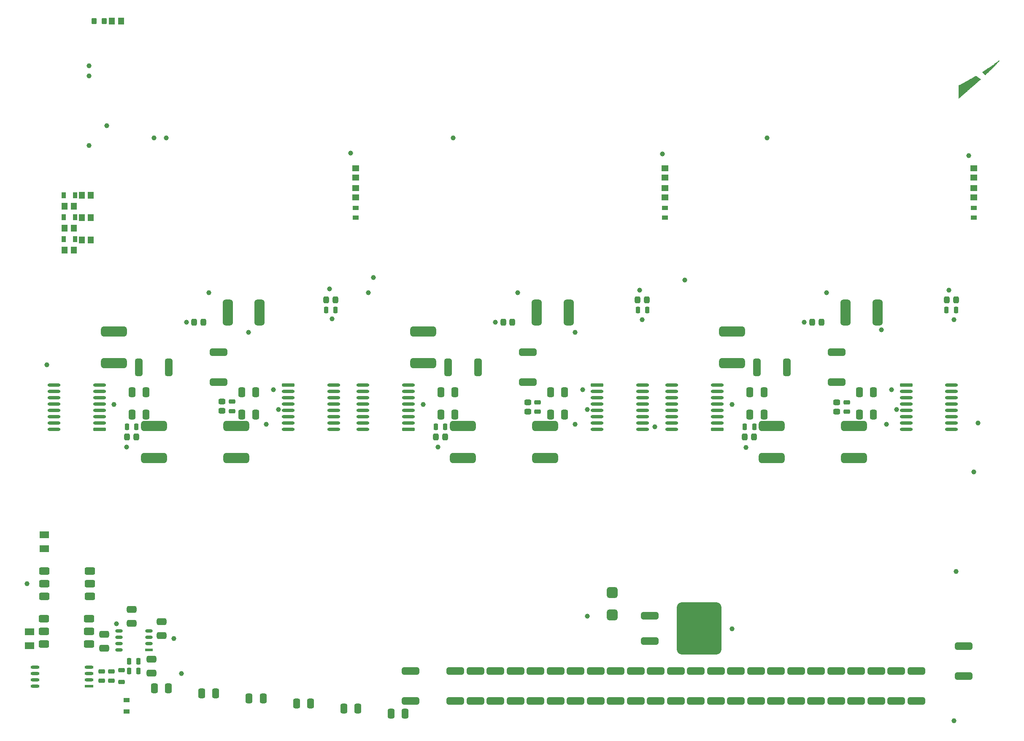
<source format=gtp>
G04*
G04 #@! TF.GenerationSoftware,Altium Limited,Altium Designer,24.1.2 (44)*
G04*
G04 Layer_Color=8421504*
%FSLAX44Y44*%
%MOMM*%
G71*
G04*
G04 #@! TF.SameCoordinates,79274CF1-F64A-4BB2-BB1D-09D00C332B84*
G04*
G04*
G04 #@! TF.FilePolarity,Positive*
G04*
G01*
G75*
%ADD17R,1.9500X1.4000*%
%ADD18C,1.0000*%
%ADD19R,0.9000X1.3000*%
%ADD20R,1.1500X1.3500*%
G04:AMPARAMS|DCode=21|XSize=2.6028mm|YSize=0.6221mm|CornerRadius=0.1555mm|HoleSize=0mm|Usage=FLASHONLY|Rotation=180.000|XOffset=0mm|YOffset=0mm|HoleType=Round|Shape=RoundedRectangle|*
%AMROUNDEDRECTD21*
21,1,2.6028,0.3111,0,0,180.0*
21,1,2.2917,0.6221,0,0,180.0*
1,1,0.3111,-1.1459,0.1555*
1,1,0.3111,1.1459,0.1555*
1,1,0.3111,1.1459,-0.1555*
1,1,0.3111,-1.1459,-0.1555*
%
%ADD21ROUNDEDRECTD21*%
G04:AMPARAMS|DCode=22|XSize=2.6028mm|YSize=0.6221mm|CornerRadius=0.3111mm|HoleSize=0mm|Usage=FLASHONLY|Rotation=180.000|XOffset=0mm|YOffset=0mm|HoleType=Round|Shape=RoundedRectangle|*
%AMROUNDEDRECTD22*
21,1,2.6028,0.0000,0,0,180.0*
21,1,1.9807,0.6221,0,0,180.0*
1,1,0.6221,-0.9903,0.0000*
1,1,0.6221,0.9903,0.0000*
1,1,0.6221,0.9903,0.0000*
1,1,0.6221,-0.9903,0.0000*
%
%ADD22ROUNDEDRECTD22*%
G04:AMPARAMS|DCode=23|XSize=1.35mm|YSize=1.15mm|CornerRadius=0.2875mm|HoleSize=0mm|Usage=FLASHONLY|Rotation=270.000|XOffset=0mm|YOffset=0mm|HoleType=Round|Shape=RoundedRectangle|*
%AMROUNDEDRECTD23*
21,1,1.3500,0.5750,0,0,270.0*
21,1,0.7750,1.1500,0,0,270.0*
1,1,0.5750,-0.2875,-0.3875*
1,1,0.5750,-0.2875,0.3875*
1,1,0.5750,0.2875,0.3875*
1,1,0.5750,0.2875,-0.3875*
%
%ADD23ROUNDEDRECTD23*%
G04:AMPARAMS|DCode=24|XSize=3.5mm|YSize=1.5mm|CornerRadius=0.375mm|HoleSize=0mm|Usage=FLASHONLY|Rotation=0.000|XOffset=0mm|YOffset=0mm|HoleType=Round|Shape=RoundedRectangle|*
%AMROUNDEDRECTD24*
21,1,3.5000,0.7500,0,0,0.0*
21,1,2.7500,1.5000,0,0,0.0*
1,1,0.7500,1.3750,-0.3750*
1,1,0.7500,-1.3750,-0.3750*
1,1,0.7500,-1.3750,0.3750*
1,1,0.7500,1.3750,0.3750*
%
%ADD24ROUNDEDRECTD24*%
G04:AMPARAMS|DCode=25|XSize=1.95mm|YSize=1.4mm|CornerRadius=0.35mm|HoleSize=0mm|Usage=FLASHONLY|Rotation=0.000|XOffset=0mm|YOffset=0mm|HoleType=Round|Shape=RoundedRectangle|*
%AMROUNDEDRECTD25*
21,1,1.9500,0.7000,0,0,0.0*
21,1,1.2500,1.4000,0,0,0.0*
1,1,0.7000,0.6250,-0.3500*
1,1,0.7000,-0.6250,-0.3500*
1,1,0.7000,-0.6250,0.3500*
1,1,0.7000,0.6250,0.3500*
%
%ADD25ROUNDEDRECTD25*%
G04:AMPARAMS|DCode=26|XSize=1.5mm|YSize=2.1mm|CornerRadius=0.375mm|HoleSize=0mm|Usage=FLASHONLY|Rotation=90.000|XOffset=0mm|YOffset=0mm|HoleType=Round|Shape=RoundedRectangle|*
%AMROUNDEDRECTD26*
21,1,1.5000,1.3500,0,0,90.0*
21,1,0.7500,2.1000,0,0,90.0*
1,1,0.7500,0.6750,0.3750*
1,1,0.7500,0.6750,-0.3750*
1,1,0.7500,-0.6750,-0.3750*
1,1,0.7500,-0.6750,0.3750*
%
%ADD26ROUNDEDRECTD26*%
%ADD27R,1.5200X0.6000*%
%ADD28O,1.5200X0.6000*%
G04:AMPARAMS|DCode=29|XSize=1.95mm|YSize=1.4mm|CornerRadius=0.35mm|HoleSize=0mm|Usage=FLASHONLY|Rotation=90.000|XOffset=0mm|YOffset=0mm|HoleType=Round|Shape=RoundedRectangle|*
%AMROUNDEDRECTD29*
21,1,1.9500,0.7000,0,0,90.0*
21,1,1.2500,1.4000,0,0,90.0*
1,1,0.7000,0.3500,0.6250*
1,1,0.7000,0.3500,-0.6250*
1,1,0.7000,-0.3500,-0.6250*
1,1,0.7000,-0.3500,0.6250*
%
%ADD29ROUNDEDRECTD29*%
G04:AMPARAMS|DCode=30|XSize=0.9mm|YSize=1.3mm|CornerRadius=0.225mm|HoleSize=0mm|Usage=FLASHONLY|Rotation=180.000|XOffset=0mm|YOffset=0mm|HoleType=Round|Shape=RoundedRectangle|*
%AMROUNDEDRECTD30*
21,1,0.9000,0.8500,0,0,180.0*
21,1,0.4500,1.3000,0,0,180.0*
1,1,0.4500,-0.2250,0.4250*
1,1,0.4500,0.2250,0.4250*
1,1,0.4500,0.2250,-0.4250*
1,1,0.4500,-0.2250,-0.4250*
%
%ADD30ROUNDEDRECTD30*%
G04:AMPARAMS|DCode=31|XSize=0.9mm|YSize=1.3mm|CornerRadius=0.225mm|HoleSize=0mm|Usage=FLASHONLY|Rotation=270.000|XOffset=0mm|YOffset=0mm|HoleType=Round|Shape=RoundedRectangle|*
%AMROUNDEDRECTD31*
21,1,0.9000,0.8500,0,0,270.0*
21,1,0.4500,1.3000,0,0,270.0*
1,1,0.4500,-0.4250,-0.2250*
1,1,0.4500,-0.4250,0.2250*
1,1,0.4500,0.4250,0.2250*
1,1,0.4500,0.4250,-0.2250*
%
%ADD31ROUNDEDRECTD31*%
%ADD32O,1.8000X0.6000*%
%ADD33R,1.8000X0.6000*%
%ADD34R,1.3000X0.9000*%
G04:AMPARAMS|DCode=35|XSize=9mm|YSize=10.5mm|CornerRadius=1.125mm|HoleSize=0mm|Usage=FLASHONLY|Rotation=0.000|XOffset=0mm|YOffset=0mm|HoleType=Round|Shape=RoundedRectangle|*
%AMROUNDEDRECTD35*
21,1,9.0000,8.2500,0,0,0.0*
21,1,6.7500,10.5000,0,0,0.0*
1,1,2.2500,3.3750,-4.1250*
1,1,2.2500,-3.3750,-4.1250*
1,1,2.2500,-3.3750,4.1250*
1,1,2.2500,3.3750,4.1250*
%
%ADD35ROUNDEDRECTD35*%
G04:AMPARAMS|DCode=36|XSize=1.5mm|YSize=3.5mm|CornerRadius=0.375mm|HoleSize=0mm|Usage=FLASHONLY|Rotation=90.000|XOffset=0mm|YOffset=0mm|HoleType=Round|Shape=RoundedRectangle|*
%AMROUNDEDRECTD36*
21,1,1.5000,2.7500,0,0,90.0*
21,1,0.7500,3.5000,0,0,90.0*
1,1,0.7500,1.3750,0.3750*
1,1,0.7500,1.3750,-0.3750*
1,1,0.7500,-1.3750,-0.3750*
1,1,0.7500,-1.3750,0.3750*
%
%ADD36ROUNDEDRECTD36*%
G04:AMPARAMS|DCode=37|XSize=2.2mm|YSize=2.21mm|CornerRadius=0.55mm|HoleSize=0mm|Usage=FLASHONLY|Rotation=180.000|XOffset=0mm|YOffset=0mm|HoleType=Round|Shape=RoundedRectangle|*
%AMROUNDEDRECTD37*
21,1,2.2000,1.1100,0,0,180.0*
21,1,1.1000,2.2100,0,0,180.0*
1,1,1.1000,-0.5500,0.5550*
1,1,1.1000,0.5500,0.5550*
1,1,1.1000,0.5500,-0.5550*
1,1,1.1000,-0.5500,-0.5550*
%
%ADD37ROUNDEDRECTD37*%
G04:AMPARAMS|DCode=38|XSize=2mm|YSize=5.2mm|CornerRadius=0.5mm|HoleSize=0mm|Usage=FLASHONLY|Rotation=270.000|XOffset=0mm|YOffset=0mm|HoleType=Round|Shape=RoundedRectangle|*
%AMROUNDEDRECTD38*
21,1,2.0000,4.2000,0,0,270.0*
21,1,1.0000,5.2000,0,0,270.0*
1,1,1.0000,-2.1000,-0.5000*
1,1,1.0000,-2.1000,0.5000*
1,1,1.0000,2.1000,0.5000*
1,1,1.0000,2.1000,-0.5000*
%
%ADD38ROUNDEDRECTD38*%
%ADD39R,1.3500X1.1500*%
G04:AMPARAMS|DCode=40|XSize=3.5mm|YSize=1.5mm|CornerRadius=0.375mm|HoleSize=0mm|Usage=FLASHONLY|Rotation=270.000|XOffset=0mm|YOffset=0mm|HoleType=Round|Shape=RoundedRectangle|*
%AMROUNDEDRECTD40*
21,1,3.5000,0.7500,0,0,270.0*
21,1,2.7500,1.5000,0,0,270.0*
1,1,0.7500,-0.3750,-1.3750*
1,1,0.7500,-0.3750,1.3750*
1,1,0.7500,0.3750,1.3750*
1,1,0.7500,0.3750,-1.3750*
%
%ADD40ROUNDEDRECTD40*%
G04:AMPARAMS|DCode=41|XSize=1.35mm|YSize=1.15mm|CornerRadius=0.2875mm|HoleSize=0mm|Usage=FLASHONLY|Rotation=180.000|XOffset=0mm|YOffset=0mm|HoleType=Round|Shape=RoundedRectangle|*
%AMROUNDEDRECTD41*
21,1,1.3500,0.5750,0,0,180.0*
21,1,0.7750,1.1500,0,0,180.0*
1,1,0.5750,-0.3875,0.2875*
1,1,0.5750,0.3875,0.2875*
1,1,0.5750,0.3875,-0.2875*
1,1,0.5750,-0.3875,-0.2875*
%
%ADD41ROUNDEDRECTD41*%
G04:AMPARAMS|DCode=42|XSize=1.2mm|YSize=1.1mm|CornerRadius=0.275mm|HoleSize=0mm|Usage=FLASHONLY|Rotation=270.000|XOffset=0mm|YOffset=0mm|HoleType=Round|Shape=RoundedRectangle|*
%AMROUNDEDRECTD42*
21,1,1.2000,0.5500,0,0,270.0*
21,1,0.6500,1.1000,0,0,270.0*
1,1,0.5500,-0.2750,-0.3250*
1,1,0.5500,-0.2750,0.3250*
1,1,0.5500,0.2750,0.3250*
1,1,0.5500,0.2750,-0.3250*
%
%ADD42ROUNDEDRECTD42*%
G04:AMPARAMS|DCode=43|XSize=2mm|YSize=5.2mm|CornerRadius=0.5mm|HoleSize=0mm|Usage=FLASHONLY|Rotation=0.000|XOffset=0mm|YOffset=0mm|HoleType=Round|Shape=RoundedRectangle|*
%AMROUNDEDRECTD43*
21,1,2.0000,4.2000,0,0,0.0*
21,1,1.0000,5.2000,0,0,0.0*
1,1,1.0000,0.5000,-2.1000*
1,1,1.0000,-0.5000,-2.1000*
1,1,1.0000,-0.5000,2.1000*
1,1,1.0000,0.5000,2.1000*
%
%ADD43ROUNDEDRECTD43*%
G36*
X1935354Y1374474D02*
X1935057D01*
Y1374772D01*
X1935354D01*
Y1374474D01*
D02*
G37*
G36*
X1934760D02*
X1935057D01*
Y1374177D01*
X1935354D01*
Y1373879D01*
X1935652D01*
Y1374177D01*
X1935950D01*
Y1373879D01*
X1936247D01*
Y1373582D01*
X1936544D01*
Y1373284D01*
X1936842D01*
Y1373582D01*
X1937139D01*
Y1373284D01*
X1937437D01*
Y1372987D01*
X1937734D01*
Y1372690D01*
X1938032D01*
Y1372392D01*
X1938329D01*
Y1372095D01*
X1938627D01*
Y1372392D01*
X1938924D01*
Y1371500D01*
X1939222D01*
Y1371797D01*
X1939519D01*
Y1371500D01*
X1939817D01*
Y1371202D01*
X1940114D01*
Y1370905D01*
X1940412D01*
Y1371202D01*
X1940709D01*
Y1370905D01*
X1941006D01*
Y1370607D01*
X1941304D01*
Y1370310D01*
X1941602D01*
Y1370012D01*
X1941899D01*
Y1369715D01*
X1942196D01*
Y1370012D01*
X1942494D01*
Y1369120D01*
X1942791D01*
Y1369417D01*
X1943089D01*
Y1369120D01*
X1943386D01*
Y1368822D01*
X1943684D01*
Y1368525D01*
X1943981D01*
Y1368227D01*
X1944279D01*
Y1367930D01*
X1944576D01*
Y1367632D01*
X1944279D01*
Y1367335D01*
X1943981D01*
Y1367038D01*
X1943684D01*
Y1366740D01*
X1943386D01*
Y1366443D01*
X1943089D01*
Y1366145D01*
X1942791D01*
Y1366443D01*
X1942494D01*
Y1366145D01*
X1942196D01*
Y1365848D01*
X1941899D01*
Y1365550D01*
X1941602D01*
Y1365253D01*
X1941304D01*
Y1364955D01*
X1941006D01*
Y1364658D01*
X1940709D01*
Y1364360D01*
X1940412D01*
Y1364658D01*
X1940114D01*
Y1364360D01*
X1940412D01*
Y1364063D01*
X1940114D01*
Y1363765D01*
X1939817D01*
Y1364063D01*
X1939519D01*
Y1363765D01*
X1939817D01*
Y1363468D01*
X1939519D01*
Y1363170D01*
X1939222D01*
Y1363468D01*
X1938924D01*
Y1363170D01*
X1939222D01*
Y1362873D01*
X1938924D01*
Y1362576D01*
X1938627D01*
Y1362873D01*
X1938329D01*
Y1362576D01*
X1938627D01*
Y1362278D01*
X1938329D01*
Y1361980D01*
X1938032D01*
Y1362278D01*
X1937734D01*
Y1361385D01*
X1937437D01*
Y1361683D01*
X1937139D01*
Y1360791D01*
X1936842D01*
Y1361088D01*
X1936544D01*
Y1360791D01*
X1936247D01*
Y1360493D01*
X1935950D01*
Y1360196D01*
X1935652D01*
Y1359898D01*
X1935354D01*
Y1359601D01*
X1935057D01*
Y1359303D01*
X1934760D01*
Y1359006D01*
X1934462D01*
Y1359303D01*
X1934165D01*
Y1359006D01*
X1933867D01*
Y1358708D01*
X1933570D01*
Y1358411D01*
X1933272D01*
Y1358113D01*
X1932975D01*
Y1357816D01*
X1932677D01*
Y1357518D01*
X1932380D01*
Y1357221D01*
X1932082D01*
Y1356923D01*
X1931785D01*
Y1356626D01*
X1931487D01*
Y1356328D01*
X1931190D01*
Y1356031D01*
X1930892D01*
Y1356328D01*
X1930595D01*
Y1356031D01*
X1930892D01*
Y1355734D01*
X1930595D01*
Y1355436D01*
X1930298D01*
Y1355734D01*
X1930000D01*
Y1355436D01*
X1930298D01*
Y1355139D01*
X1930000D01*
Y1354841D01*
X1929702D01*
Y1355139D01*
X1929405D01*
Y1354246D01*
X1929108D01*
Y1354544D01*
X1928810D01*
Y1353651D01*
X1928513D01*
Y1353949D01*
X1928215D01*
Y1353651D01*
X1927918D01*
Y1353354D01*
X1927620D01*
Y1353056D01*
X1927323D01*
Y1352759D01*
X1927025D01*
Y1352461D01*
X1926728D01*
Y1352164D01*
X1926430D01*
Y1351866D01*
X1926133D01*
Y1351569D01*
X1925835D01*
Y1351272D01*
X1925240D01*
Y1350677D01*
X1924943D01*
Y1350974D01*
X1924646D01*
Y1350677D01*
X1924348D01*
Y1350379D01*
X1924050D01*
Y1350082D01*
X1923753D01*
Y1349784D01*
X1923456D01*
Y1349487D01*
X1923158D01*
Y1349189D01*
X1922861D01*
Y1348892D01*
X1922563D01*
Y1348594D01*
X1922266D01*
Y1348297D01*
X1921968D01*
Y1347999D01*
X1921671D01*
Y1347702D01*
X1921373D01*
Y1347999D01*
X1921076D01*
Y1347702D01*
X1921373D01*
Y1347404D01*
X1921076D01*
Y1347107D01*
X1920778D01*
Y1347404D01*
X1920481D01*
Y1347107D01*
X1920778D01*
Y1346809D01*
X1920481D01*
Y1346512D01*
X1920183D01*
Y1346809D01*
X1919886D01*
Y1345917D01*
X1919588D01*
Y1346214D01*
X1919291D01*
Y1345322D01*
X1918994D01*
Y1345620D01*
X1918696D01*
Y1345322D01*
X1918399D01*
Y1345025D01*
X1918101D01*
Y1344727D01*
X1917804D01*
Y1344430D01*
X1917506D01*
Y1344132D01*
X1917209D01*
Y1343835D01*
X1916911D01*
Y1343537D01*
X1916614D01*
Y1343240D01*
X1916316D01*
Y1342942D01*
X1916019D01*
Y1342645D01*
X1915721D01*
Y1342347D01*
X1915424D01*
Y1342645D01*
X1915126D01*
Y1342347D01*
X1914829D01*
Y1342050D01*
X1914531D01*
Y1341752D01*
X1914234D01*
Y1341455D01*
X1913936D01*
Y1341157D01*
X1913639D01*
Y1340860D01*
X1913342D01*
Y1340562D01*
X1913044D01*
Y1340265D01*
X1912747D01*
Y1339967D01*
X1912449D01*
Y1339670D01*
X1912152D01*
Y1339373D01*
X1911854D01*
Y1339670D01*
X1911557D01*
Y1339373D01*
X1911854D01*
Y1339075D01*
X1911557D01*
Y1338778D01*
X1911259D01*
Y1339075D01*
X1910962D01*
Y1338778D01*
X1911259D01*
Y1338480D01*
X1910962D01*
Y1338183D01*
X1910664D01*
Y1338480D01*
X1910367D01*
Y1338183D01*
X1910664D01*
Y1337885D01*
X1910367D01*
Y1337588D01*
X1910069D01*
Y1337885D01*
X1909772D01*
Y1336993D01*
X1909474D01*
Y1337290D01*
X1909177D01*
Y1336993D01*
X1908879D01*
Y1336695D01*
X1908582D01*
Y1336398D01*
X1908284D01*
Y1336100D01*
X1907987D01*
Y1335803D01*
X1907690D01*
Y1335505D01*
X1907392D01*
Y1335208D01*
X1906797D01*
Y1334613D01*
X1906500D01*
Y1334910D01*
X1906202D01*
Y1334018D01*
X1905905D01*
Y1334315D01*
X1905607D01*
Y1334018D01*
X1905310D01*
Y1333721D01*
X1905012D01*
Y1333423D01*
X1904715D01*
Y1333126D01*
X1904417D01*
Y1332828D01*
X1904120D01*
Y1332531D01*
X1903822D01*
Y1332233D01*
X1903525D01*
Y1331936D01*
X1903227D01*
Y1331638D01*
X1902930D01*
Y1331341D01*
X1902632D01*
Y1331043D01*
X1902335D01*
Y1331341D01*
X1902038D01*
Y1331043D01*
X1902335D01*
Y1330746D01*
X1902038D01*
Y1330448D01*
X1901740D01*
Y1330746D01*
X1901443D01*
Y1330448D01*
X1901740D01*
Y1330151D01*
X1901443D01*
Y1329853D01*
X1901145D01*
Y1330151D01*
X1900848D01*
Y1329259D01*
X1900550D01*
Y1329556D01*
X1900253D01*
Y1329259D01*
X1899955D01*
Y1328961D01*
X1899658D01*
Y1329259D01*
X1899360D01*
Y1330151D01*
X1899658D01*
Y1330448D01*
X1899360D01*
Y1331341D01*
X1899658D01*
Y1331043D01*
X1899955D01*
Y1331341D01*
X1899658D01*
Y1331638D01*
X1899360D01*
Y1332531D01*
X1899658D01*
Y1332233D01*
X1899955D01*
Y1332531D01*
X1899658D01*
Y1332828D01*
X1899360D01*
Y1333126D01*
X1899658D01*
Y1333423D01*
X1899360D01*
Y1333721D01*
X1899658D01*
Y1333423D01*
X1899955D01*
Y1333721D01*
X1899658D01*
Y1334018D01*
X1899360D01*
Y1334315D01*
X1899658D01*
Y1334613D01*
X1899360D01*
Y1334910D01*
X1899658D01*
Y1334613D01*
X1899955D01*
Y1334910D01*
X1899658D01*
Y1335208D01*
X1899360D01*
Y1335505D01*
X1899658D01*
Y1335803D01*
X1899360D01*
Y1336100D01*
X1899658D01*
Y1335803D01*
X1899955D01*
Y1336100D01*
X1899658D01*
Y1336398D01*
X1899360D01*
Y1336695D01*
X1899658D01*
Y1336993D01*
X1899360D01*
Y1337290D01*
X1899658D01*
Y1336993D01*
X1899955D01*
Y1337290D01*
X1899658D01*
Y1337588D01*
X1899360D01*
Y1337885D01*
X1899658D01*
Y1338183D01*
X1899360D01*
Y1338480D01*
X1899658D01*
Y1338183D01*
X1899955D01*
Y1338480D01*
X1899658D01*
Y1338778D01*
X1899360D01*
Y1339075D01*
X1899658D01*
Y1339373D01*
X1899360D01*
Y1339670D01*
X1899658D01*
Y1339373D01*
X1899955D01*
Y1339670D01*
X1899658D01*
Y1339967D01*
X1899360D01*
Y1340265D01*
X1899658D01*
Y1340562D01*
X1899360D01*
Y1340860D01*
X1899658D01*
Y1340562D01*
X1899955D01*
Y1340860D01*
X1899658D01*
Y1341157D01*
X1899360D01*
Y1341455D01*
X1899658D01*
Y1341157D01*
X1899955D01*
Y1341455D01*
X1899658D01*
Y1341752D01*
X1899360D01*
Y1342050D01*
X1899658D01*
Y1341752D01*
X1899955D01*
Y1342050D01*
X1899658D01*
Y1342347D01*
X1899360D01*
Y1342645D01*
X1899658D01*
Y1342347D01*
X1899955D01*
Y1342645D01*
X1899658D01*
Y1342942D01*
X1899360D01*
Y1343240D01*
X1899658D01*
Y1342942D01*
X1899955D01*
Y1343240D01*
X1899658D01*
Y1343537D01*
X1899360D01*
Y1343835D01*
X1899658D01*
Y1343537D01*
X1899955D01*
Y1343835D01*
X1899658D01*
Y1344132D01*
X1899360D01*
Y1344430D01*
X1899658D01*
Y1344132D01*
X1899955D01*
Y1344430D01*
X1899658D01*
Y1344727D01*
X1899360D01*
Y1345025D01*
X1899658D01*
Y1344727D01*
X1899955D01*
Y1345025D01*
X1899658D01*
Y1345322D01*
X1899360D01*
Y1345620D01*
X1899658D01*
Y1345322D01*
X1899955D01*
Y1345620D01*
X1899658D01*
Y1345917D01*
X1899360D01*
Y1346214D01*
X1899658D01*
Y1345917D01*
X1899955D01*
Y1346214D01*
X1899658D01*
Y1346512D01*
X1899955D01*
Y1346809D01*
X1899658D01*
Y1347107D01*
X1899360D01*
Y1347404D01*
X1899658D01*
Y1347107D01*
X1899955D01*
Y1347404D01*
X1899658D01*
Y1347702D01*
X1899955D01*
Y1347999D01*
X1899658D01*
Y1348297D01*
X1899955D01*
Y1348594D01*
X1899658D01*
Y1348892D01*
X1899955D01*
Y1349189D01*
X1899658D01*
Y1349487D01*
X1899955D01*
Y1349784D01*
X1899658D01*
Y1350082D01*
X1899955D01*
Y1350379D01*
X1899658D01*
Y1350677D01*
X1899955D01*
Y1350974D01*
X1899658D01*
Y1351272D01*
X1899955D01*
Y1351569D01*
X1899658D01*
Y1351866D01*
X1899955D01*
Y1352164D01*
X1899658D01*
Y1352461D01*
X1899955D01*
Y1352759D01*
X1899658D01*
Y1353056D01*
X1899955D01*
Y1353354D01*
X1899658D01*
Y1353651D01*
X1899955D01*
Y1353949D01*
X1899658D01*
Y1354246D01*
X1899955D01*
Y1354544D01*
X1899658D01*
Y1354841D01*
X1899955D01*
Y1355734D01*
X1900253D01*
Y1356031D01*
X1900550D01*
Y1356328D01*
X1900848D01*
Y1356031D01*
X1901145D01*
Y1356328D01*
X1901443D01*
Y1356626D01*
X1901740D01*
Y1356923D01*
X1902038D01*
Y1356626D01*
X1902335D01*
Y1356923D01*
X1902632D01*
Y1357221D01*
X1902930D01*
Y1357518D01*
X1903227D01*
Y1357221D01*
X1903525D01*
Y1357518D01*
X1903822D01*
Y1357816D01*
X1904120D01*
Y1358113D01*
X1904417D01*
Y1357816D01*
X1904715D01*
Y1358113D01*
X1905012D01*
Y1358411D01*
X1905310D01*
Y1358708D01*
X1905607D01*
Y1358411D01*
X1905905D01*
Y1359006D01*
X1906500D01*
Y1359303D01*
X1906797D01*
Y1359601D01*
X1907095D01*
Y1359898D01*
X1907392D01*
Y1359601D01*
X1907690D01*
Y1359898D01*
X1907987D01*
Y1359601D01*
X1908284D01*
Y1359898D01*
X1907987D01*
Y1360196D01*
X1908284D01*
Y1360493D01*
X1908582D01*
Y1360196D01*
X1908879D01*
Y1360493D01*
X1909177D01*
Y1360791D01*
X1909474D01*
Y1361088D01*
X1909772D01*
Y1360791D01*
X1910069D01*
Y1361088D01*
X1910367D01*
Y1360791D01*
X1910664D01*
Y1361088D01*
X1910367D01*
Y1361385D01*
X1910664D01*
Y1361683D01*
X1910962D01*
Y1361385D01*
X1911259D01*
Y1361683D01*
X1911557D01*
Y1361980D01*
X1911854D01*
Y1362278D01*
X1912152D01*
Y1361980D01*
X1912449D01*
Y1362278D01*
X1912152D01*
Y1362576D01*
X1912449D01*
Y1362278D01*
X1912747D01*
Y1362576D01*
X1912449D01*
Y1362873D01*
X1912747D01*
Y1362576D01*
X1913044D01*
Y1362873D01*
X1913342D01*
Y1362576D01*
X1913639D01*
Y1363170D01*
X1914234D01*
Y1363468D01*
X1914531D01*
Y1363765D01*
X1914829D01*
Y1364063D01*
X1915126D01*
Y1363765D01*
X1915424D01*
Y1364063D01*
X1915721D01*
Y1364360D01*
X1916019D01*
Y1364658D01*
X1916316D01*
Y1364360D01*
X1916614D01*
Y1364658D01*
X1916911D01*
Y1364955D01*
X1917209D01*
Y1365253D01*
X1917506D01*
Y1364955D01*
X1917804D01*
Y1365253D01*
X1918101D01*
Y1365550D01*
X1918399D01*
Y1365848D01*
X1918696D01*
Y1365550D01*
X1918994D01*
Y1366443D01*
X1919291D01*
Y1366145D01*
X1919588D01*
Y1366443D01*
X1919886D01*
Y1366740D01*
X1920183D01*
Y1367038D01*
X1920481D01*
Y1366740D01*
X1920778D01*
Y1367038D01*
X1921076D01*
Y1366740D01*
X1921373D01*
Y1367038D01*
X1921076D01*
Y1367335D01*
X1921373D01*
Y1367632D01*
X1921671D01*
Y1367335D01*
X1921968D01*
Y1367632D01*
X1922266D01*
Y1367930D01*
X1922563D01*
Y1368227D01*
X1922861D01*
Y1368525D01*
X1923158D01*
Y1368227D01*
X1923456D01*
Y1368525D01*
X1923158D01*
Y1368822D01*
X1923456D01*
Y1368525D01*
X1923753D01*
Y1368822D01*
X1924050D01*
Y1369120D01*
X1924348D01*
Y1369417D01*
X1924646D01*
Y1369120D01*
X1924943D01*
Y1369417D01*
X1925240D01*
Y1369715D01*
X1925538D01*
Y1370012D01*
X1925835D01*
Y1369715D01*
X1926133D01*
Y1370012D01*
X1926430D01*
Y1370310D01*
X1926728D01*
Y1370607D01*
X1927025D01*
Y1370310D01*
X1927323D01*
Y1370905D01*
X1927918D01*
Y1371202D01*
X1928215D01*
Y1371500D01*
X1928513D01*
Y1371797D01*
X1928810D01*
Y1371500D01*
X1929108D01*
Y1371797D01*
X1929405D01*
Y1372095D01*
X1929702D01*
Y1372392D01*
X1930000D01*
Y1372095D01*
X1930298D01*
Y1372392D01*
X1930595D01*
Y1372690D01*
X1930892D01*
Y1372987D01*
X1931190D01*
Y1373284D01*
X1931487D01*
Y1372987D01*
X1931785D01*
Y1373284D01*
X1931487D01*
Y1373582D01*
X1931785D01*
Y1373284D01*
X1932082D01*
Y1373582D01*
X1932380D01*
Y1373879D01*
X1932677D01*
Y1374177D01*
X1932975D01*
Y1373879D01*
X1933272D01*
Y1374177D01*
X1933570D01*
Y1374474D01*
X1933867D01*
Y1374772D01*
X1934165D01*
Y1374474D01*
X1934462D01*
Y1374772D01*
X1934760D01*
Y1374474D01*
D02*
G37*
G36*
X1941899Y1370310D02*
X1941602D01*
Y1370607D01*
X1941899D01*
Y1370310D01*
D02*
G37*
G36*
X1981760Y1405412D02*
X1981463D01*
Y1405709D01*
X1981760D01*
Y1405412D01*
D02*
G37*
G36*
X1981165D02*
X1981463D01*
Y1405114D01*
X1981760D01*
Y1404817D01*
X1981463D01*
Y1404519D01*
X1981165D01*
Y1403627D01*
X1980868D01*
Y1403924D01*
X1980570D01*
Y1403032D01*
X1980273D01*
Y1403329D01*
X1979975D01*
Y1403032D01*
X1980273D01*
Y1402734D01*
X1979975D01*
Y1402437D01*
X1979678D01*
Y1402734D01*
X1979380D01*
Y1402437D01*
X1979678D01*
Y1402139D01*
X1979380D01*
Y1401842D01*
X1979083D01*
Y1401544D01*
X1978786D01*
Y1401247D01*
X1978488D01*
Y1400950D01*
X1978191D01*
Y1400652D01*
X1977893D01*
Y1400354D01*
X1977596D01*
Y1400057D01*
X1977298D01*
Y1399760D01*
X1977001D01*
Y1399462D01*
X1976703D01*
Y1399165D01*
X1976406D01*
Y1398867D01*
X1976108D01*
Y1398570D01*
X1975811D01*
Y1398272D01*
X1975513D01*
Y1397975D01*
X1975216D01*
Y1397082D01*
X1974918D01*
Y1397380D01*
X1974621D01*
Y1396487D01*
X1974323D01*
Y1396190D01*
X1974026D01*
Y1395892D01*
X1973728D01*
Y1396190D01*
X1973431D01*
Y1395298D01*
X1973134D01*
Y1395000D01*
X1972836D01*
Y1394702D01*
X1972539D01*
Y1394405D01*
X1972241D01*
Y1394108D01*
X1971944D01*
Y1393810D01*
X1971646D01*
Y1393513D01*
X1971349D01*
Y1393215D01*
X1971051D01*
Y1392918D01*
X1970754D01*
Y1392620D01*
X1970456D01*
Y1392323D01*
X1970159D01*
Y1392025D01*
X1969861D01*
Y1391728D01*
X1969564D01*
Y1391430D01*
X1969266D01*
Y1391133D01*
X1968969D01*
Y1390835D01*
X1968672D01*
Y1390538D01*
X1968374D01*
Y1390240D01*
X1968076D01*
Y1389943D01*
X1967779D01*
Y1389646D01*
X1967482D01*
Y1389348D01*
X1967184D01*
Y1389050D01*
X1966887D01*
Y1388753D01*
X1966589D01*
Y1388456D01*
X1966292D01*
Y1388158D01*
X1965994D01*
Y1387861D01*
X1965697D01*
Y1387563D01*
X1965399D01*
Y1387266D01*
X1965102D01*
Y1386968D01*
X1964804D01*
Y1386671D01*
X1964507D01*
Y1386373D01*
X1963912D01*
Y1385778D01*
X1963614D01*
Y1385481D01*
X1963317D01*
Y1385183D01*
X1963020D01*
Y1385481D01*
X1962722D01*
Y1384588D01*
X1962424D01*
Y1384291D01*
X1962127D01*
Y1383994D01*
X1961830D01*
Y1384291D01*
X1961532D01*
Y1383399D01*
X1961235D01*
Y1383696D01*
X1960937D01*
Y1382804D01*
X1960640D01*
Y1383101D01*
X1960342D01*
Y1382209D01*
X1960045D01*
Y1382506D01*
X1959747D01*
Y1381614D01*
X1959450D01*
Y1381911D01*
X1959152D01*
Y1381614D01*
X1958855D01*
Y1381316D01*
X1958557D01*
Y1381019D01*
X1958260D01*
Y1380721D01*
X1957962D01*
Y1380424D01*
X1957665D01*
Y1380126D01*
X1957368D01*
Y1379829D01*
X1957070D01*
Y1379531D01*
X1956773D01*
Y1379234D01*
X1956475D01*
Y1378936D01*
X1956178D01*
Y1378639D01*
X1955880D01*
Y1378342D01*
X1955583D01*
Y1378044D01*
X1955285D01*
Y1377747D01*
X1954988D01*
Y1377449D01*
X1954690D01*
Y1377152D01*
X1954393D01*
Y1376854D01*
X1954095D01*
Y1376557D01*
X1953798D01*
Y1376259D01*
X1953500D01*
Y1376557D01*
X1953203D01*
Y1376259D01*
X1952905D01*
Y1376557D01*
X1952608D01*
Y1376854D01*
X1952310D01*
Y1377152D01*
X1952013D01*
Y1377449D01*
X1951716D01*
Y1377747D01*
X1951418D01*
Y1378044D01*
X1951121D01*
Y1378342D01*
X1950823D01*
Y1378639D01*
X1950526D01*
Y1378936D01*
X1950228D01*
Y1379234D01*
X1949931D01*
Y1379531D01*
X1949633D01*
Y1379829D01*
X1949336D01*
Y1380126D01*
X1949038D01*
Y1380424D01*
X1948741D01*
Y1380721D01*
X1948443D01*
Y1381019D01*
X1948146D01*
Y1381316D01*
X1947848D01*
Y1381614D01*
X1947551D01*
Y1381911D01*
X1947253D01*
Y1382209D01*
X1946956D01*
Y1382506D01*
X1947253D01*
Y1382209D01*
X1947551D01*
Y1382506D01*
X1947253D01*
Y1382804D01*
X1947551D01*
Y1383101D01*
X1947848D01*
Y1382804D01*
X1948146D01*
Y1383101D01*
X1948443D01*
Y1383399D01*
X1948741D01*
Y1383696D01*
X1949038D01*
Y1383994D01*
X1949336D01*
Y1383696D01*
X1949633D01*
Y1383994D01*
X1949336D01*
Y1384291D01*
X1949633D01*
Y1383994D01*
X1949931D01*
Y1384291D01*
X1950228D01*
Y1384588D01*
X1950526D01*
Y1384886D01*
X1950823D01*
Y1384588D01*
X1951121D01*
Y1385183D01*
X1951716D01*
Y1385481D01*
X1952013D01*
Y1385778D01*
X1952310D01*
Y1386076D01*
X1952608D01*
Y1385778D01*
X1952905D01*
Y1386076D01*
X1953203D01*
Y1386373D01*
X1953500D01*
Y1386671D01*
X1953798D01*
Y1386968D01*
X1954095D01*
Y1387266D01*
X1954393D01*
Y1386968D01*
X1954690D01*
Y1387266D01*
X1954988D01*
Y1387563D01*
X1955285D01*
Y1387861D01*
X1955583D01*
Y1388158D01*
X1955880D01*
Y1388456D01*
X1956178D01*
Y1388158D01*
X1956475D01*
Y1388456D01*
X1956773D01*
Y1388753D01*
X1957070D01*
Y1389050D01*
X1957368D01*
Y1389348D01*
X1957665D01*
Y1389646D01*
X1957962D01*
Y1389348D01*
X1958260D01*
Y1389646D01*
X1958557D01*
Y1389943D01*
X1958855D01*
Y1390240D01*
X1959152D01*
Y1390538D01*
X1959450D01*
Y1390835D01*
X1959747D01*
Y1390538D01*
X1960045D01*
Y1390835D01*
X1960342D01*
Y1391133D01*
X1960640D01*
Y1391430D01*
X1960937D01*
Y1391133D01*
X1961235D01*
Y1391430D01*
X1960937D01*
Y1391728D01*
X1961235D01*
Y1392025D01*
X1961532D01*
Y1391728D01*
X1961830D01*
Y1392323D01*
X1962424D01*
Y1392620D01*
X1962722D01*
Y1392918D01*
X1963020D01*
Y1393215D01*
X1963912D01*
Y1393513D01*
X1964209D01*
Y1393810D01*
X1964507D01*
Y1394108D01*
X1964804D01*
Y1394405D01*
X1965102D01*
Y1394108D01*
X1965399D01*
Y1395000D01*
X1965697D01*
Y1394702D01*
X1965994D01*
Y1395000D01*
X1966292D01*
Y1395298D01*
X1966589D01*
Y1395595D01*
X1966887D01*
Y1395892D01*
X1967184D01*
Y1396190D01*
X1967482D01*
Y1395892D01*
X1967779D01*
Y1396190D01*
X1968076D01*
Y1396487D01*
X1968374D01*
Y1396785D01*
X1968672D01*
Y1397082D01*
X1968969D01*
Y1397380D01*
X1969266D01*
Y1397082D01*
X1969564D01*
Y1397380D01*
X1969266D01*
Y1397677D01*
X1969564D01*
Y1397975D01*
X1969861D01*
Y1397677D01*
X1970159D01*
Y1397975D01*
X1970456D01*
Y1398272D01*
X1970754D01*
Y1398570D01*
X1971051D01*
Y1398867D01*
X1971349D01*
Y1399165D01*
X1971646D01*
Y1399462D01*
X1971944D01*
Y1399165D01*
X1972241D01*
Y1399462D01*
X1971944D01*
Y1399760D01*
X1972241D01*
Y1399462D01*
X1972539D01*
Y1399760D01*
X1972836D01*
Y1400057D01*
X1973134D01*
Y1400354D01*
X1973431D01*
Y1400057D01*
X1973728D01*
Y1400354D01*
X1973431D01*
Y1400652D01*
X1973728D01*
Y1400950D01*
X1974026D01*
Y1400652D01*
X1974323D01*
Y1401247D01*
X1974918D01*
Y1401544D01*
X1975216D01*
Y1401842D01*
X1975513D01*
Y1402139D01*
X1975811D01*
Y1402437D01*
X1976108D01*
Y1402734D01*
X1976406D01*
Y1402437D01*
X1976703D01*
Y1402734D01*
X1977001D01*
Y1403032D01*
X1977298D01*
Y1403329D01*
X1977596D01*
Y1403032D01*
X1977893D01*
Y1403329D01*
X1977596D01*
Y1403627D01*
X1977893D01*
Y1403924D01*
X1978191D01*
Y1403627D01*
X1978488D01*
Y1404519D01*
X1978786D01*
Y1404222D01*
X1979083D01*
Y1404519D01*
X1979380D01*
Y1404817D01*
X1979678D01*
Y1405114D01*
X1979975D01*
Y1405412D01*
X1980273D01*
Y1405114D01*
X1980570D01*
Y1405412D01*
X1980273D01*
Y1405709D01*
X1980570D01*
Y1405412D01*
X1980868D01*
Y1405709D01*
X1981165D01*
Y1405412D01*
D02*
G37*
G36*
X1947848Y1381019D02*
X1947551D01*
Y1381316D01*
X1947848D01*
Y1381019D01*
D02*
G37*
G36*
X1949038Y1379829D02*
X1948741D01*
Y1380126D01*
X1949038D01*
Y1379829D01*
D02*
G37*
G36*
X1950228Y1378639D02*
X1949931D01*
Y1378936D01*
X1950228D01*
Y1378639D01*
D02*
G37*
%LPC*%
G36*
X1952310Y1377747D02*
X1952013D01*
Y1377449D01*
X1952310D01*
Y1377747D01*
D02*
G37*
%LPD*%
D17*
X65000Y454000D02*
D03*
Y426000D02*
D03*
X35000Y259000D02*
D03*
Y231000D02*
D03*
D18*
X1130000Y860000D02*
D03*
X1745000Y865000D02*
D03*
X1890000Y80000D02*
D03*
X310000Y1250000D02*
D03*
X155000Y1235000D02*
D03*
X725000Y970000D02*
D03*
X715000Y940000D02*
D03*
X1290000Y670000D02*
D03*
X155000Y1375000D02*
D03*
X155000Y1395000D02*
D03*
X1305000Y1218260D02*
D03*
X1472718Y628938D02*
D03*
X855000Y630000D02*
D03*
X230000D02*
D03*
X510000Y675000D02*
D03*
X1755000D02*
D03*
X1130000D02*
D03*
X825000Y715000D02*
D03*
X1445000Y715000D02*
D03*
X205000Y715000D02*
D03*
X525000Y745000D02*
D03*
X1765000D02*
D03*
X1145475Y744525D02*
D03*
X210000Y275000D02*
D03*
X475000Y860000D02*
D03*
X1895000Y380000D02*
D03*
X1930000Y580000D02*
D03*
X30000Y355000D02*
D03*
X1515000Y1250000D02*
D03*
X885000D02*
D03*
X285000D02*
D03*
X70000Y795000D02*
D03*
X637261Y947123D02*
D03*
X1260000Y945000D02*
D03*
X1880000D02*
D03*
X190000Y1275000D02*
D03*
X1350000Y965000D02*
D03*
X1938250Y678250D02*
D03*
X1445000Y265000D02*
D03*
X1155000Y290000D02*
D03*
X340000Y175000D02*
D03*
X325000Y245000D02*
D03*
X680000Y1220000D02*
D03*
X1920000Y1215000D02*
D03*
X535000Y705000D02*
D03*
X1155000D02*
D03*
X1775000D02*
D03*
X1635000Y940000D02*
D03*
X395000D02*
D03*
X1015000D02*
D03*
X350000Y880000D02*
D03*
X970000D02*
D03*
X1590000Y880000D02*
D03*
X642500Y887157D02*
D03*
X1265000Y885000D02*
D03*
X1890000D02*
D03*
D19*
X126500Y1135004D02*
D03*
X103500D02*
D03*
X126500Y1091102D02*
D03*
X103500D02*
D03*
X126500Y1047201D02*
D03*
X103500D02*
D03*
D20*
X124250Y1112803D02*
D03*
X105750D02*
D03*
X124250Y1068902D02*
D03*
X105750D02*
D03*
X158500Y1045000D02*
D03*
X140000D02*
D03*
X124250Y1025000D02*
D03*
X105750D02*
D03*
X158500Y1090000D02*
D03*
X140000D02*
D03*
X158500Y1135000D02*
D03*
X140000D02*
D03*
X219250Y1485000D02*
D03*
X200750D02*
D03*
D21*
X795655Y665550D02*
D03*
X1794345Y754450D02*
D03*
X175655Y665550D02*
D03*
X1415655D02*
D03*
X554345Y754450D02*
D03*
X1174345D02*
D03*
D22*
X795655Y678250D02*
D03*
Y690950D02*
D03*
Y703650D02*
D03*
Y716350D02*
D03*
Y729050D02*
D03*
Y741750D02*
D03*
Y754450D02*
D03*
X704345D02*
D03*
Y741750D02*
D03*
Y729050D02*
D03*
Y716350D02*
D03*
Y703650D02*
D03*
Y690950D02*
D03*
Y678250D02*
D03*
Y665550D02*
D03*
X1885655Y754450D02*
D03*
Y741750D02*
D03*
Y729050D02*
D03*
Y716350D02*
D03*
Y703650D02*
D03*
Y690950D02*
D03*
Y678250D02*
D03*
Y665550D02*
D03*
X1794345D02*
D03*
Y678250D02*
D03*
Y690950D02*
D03*
Y703650D02*
D03*
Y716350D02*
D03*
Y729050D02*
D03*
Y741750D02*
D03*
X175655Y678250D02*
D03*
Y690950D02*
D03*
Y703650D02*
D03*
Y716350D02*
D03*
Y729050D02*
D03*
Y741750D02*
D03*
Y754450D02*
D03*
X84345D02*
D03*
Y741750D02*
D03*
Y729050D02*
D03*
Y716350D02*
D03*
Y703650D02*
D03*
Y690950D02*
D03*
Y678250D02*
D03*
Y665550D02*
D03*
X1324345D02*
D03*
Y678250D02*
D03*
Y690950D02*
D03*
Y703650D02*
D03*
Y716350D02*
D03*
Y729050D02*
D03*
Y741750D02*
D03*
Y754450D02*
D03*
X1415655D02*
D03*
Y741750D02*
D03*
Y729050D02*
D03*
Y716350D02*
D03*
Y703650D02*
D03*
Y690950D02*
D03*
Y678250D02*
D03*
X645655Y754450D02*
D03*
Y741750D02*
D03*
Y729050D02*
D03*
Y716350D02*
D03*
Y703650D02*
D03*
Y690950D02*
D03*
Y678250D02*
D03*
Y665550D02*
D03*
X554345D02*
D03*
Y678250D02*
D03*
Y690950D02*
D03*
Y703650D02*
D03*
Y716350D02*
D03*
Y729050D02*
D03*
Y741750D02*
D03*
X1265655Y754450D02*
D03*
Y741750D02*
D03*
Y729050D02*
D03*
Y716350D02*
D03*
Y703650D02*
D03*
Y690950D02*
D03*
Y678250D02*
D03*
Y665550D02*
D03*
X1174345D02*
D03*
Y678250D02*
D03*
Y690950D02*
D03*
Y703650D02*
D03*
Y716350D02*
D03*
Y729050D02*
D03*
Y741750D02*
D03*
D23*
X869250Y650000D02*
D03*
X850750D02*
D03*
X649250Y925000D02*
D03*
X630750D02*
D03*
X1274250D02*
D03*
X1255750D02*
D03*
X1894250D02*
D03*
X1875750D02*
D03*
X1470750Y650000D02*
D03*
X1489250D02*
D03*
X230750D02*
D03*
X249250D02*
D03*
X1605750Y880000D02*
D03*
X1624250D02*
D03*
X985750D02*
D03*
X1004250D02*
D03*
X365750D02*
D03*
X384250D02*
D03*
D24*
X800000Y120000D02*
D03*
Y180000D02*
D03*
X890000Y120000D02*
D03*
Y180000D02*
D03*
X930217Y120000D02*
D03*
Y180000D02*
D03*
X970434Y120000D02*
D03*
Y180000D02*
D03*
X1010651Y120000D02*
D03*
Y180000D02*
D03*
X1050869Y120000D02*
D03*
Y180000D02*
D03*
X1091085Y120000D02*
D03*
Y180000D02*
D03*
X1131303Y120000D02*
D03*
Y180000D02*
D03*
X1171520Y120000D02*
D03*
Y180000D02*
D03*
X1211737Y120000D02*
D03*
Y180000D02*
D03*
X1251954Y120000D02*
D03*
Y180000D02*
D03*
X1292171Y120000D02*
D03*
Y180000D02*
D03*
X1332388Y120000D02*
D03*
Y180000D02*
D03*
X1372605Y120000D02*
D03*
Y180000D02*
D03*
X1412823Y120000D02*
D03*
Y180000D02*
D03*
X1453040Y120000D02*
D03*
Y180000D02*
D03*
X1493257Y120000D02*
D03*
Y180000D02*
D03*
X1533474Y120000D02*
D03*
Y180000D02*
D03*
X1573691Y120000D02*
D03*
Y180000D02*
D03*
X1613908Y120000D02*
D03*
Y180000D02*
D03*
X1654125Y120000D02*
D03*
Y180000D02*
D03*
X1694343Y120000D02*
D03*
Y180000D02*
D03*
X1734559Y120000D02*
D03*
Y180000D02*
D03*
X1774777Y120000D02*
D03*
Y180000D02*
D03*
X1814994Y120000D02*
D03*
Y180000D02*
D03*
X1910000Y170000D02*
D03*
Y230000D02*
D03*
X1655000Y760000D02*
D03*
Y820000D02*
D03*
X1035000Y760000D02*
D03*
Y820000D02*
D03*
X415000Y760000D02*
D03*
Y820000D02*
D03*
D25*
X240000Y276000D02*
D03*
Y304000D02*
D03*
X300000Y251000D02*
D03*
Y279000D02*
D03*
X185000Y226000D02*
D03*
Y254000D02*
D03*
X280000Y204000D02*
D03*
Y176000D02*
D03*
D26*
X65000Y380800D02*
D03*
Y355400D02*
D03*
Y330000D02*
D03*
X156000Y380800D02*
D03*
Y355400D02*
D03*
Y330000D02*
D03*
X155000Y234200D02*
D03*
Y259600D02*
D03*
Y285000D02*
D03*
X64000Y234200D02*
D03*
Y259600D02*
D03*
Y285000D02*
D03*
D27*
X275000Y222300D02*
D03*
D28*
Y235000D02*
D03*
Y247700D02*
D03*
Y260400D02*
D03*
X215000Y222300D02*
D03*
Y235000D02*
D03*
Y247700D02*
D03*
Y260400D02*
D03*
D29*
X286000Y145000D02*
D03*
X314000D02*
D03*
X789000Y95001D02*
D03*
X761000D02*
D03*
X694000Y105000D02*
D03*
X666000D02*
D03*
X599000Y115000D02*
D03*
X571000D02*
D03*
X504000Y125000D02*
D03*
X476000D02*
D03*
X409000Y135000D02*
D03*
X381000D02*
D03*
X1729000Y740000D02*
D03*
X1701000D02*
D03*
X1109000D02*
D03*
X1081000D02*
D03*
X489000D02*
D03*
X461000D02*
D03*
X1481000Y695000D02*
D03*
X1509000D02*
D03*
X861000D02*
D03*
X889000D02*
D03*
X241000D02*
D03*
X269000D02*
D03*
X1729000D02*
D03*
X1701000D02*
D03*
X1109000D02*
D03*
X1081000D02*
D03*
X489000D02*
D03*
X461000D02*
D03*
X1481000Y740000D02*
D03*
X1509000D02*
D03*
X861000D02*
D03*
X889000D02*
D03*
X241000D02*
D03*
X269000D02*
D03*
D30*
X254000Y180000D02*
D03*
X235000D02*
D03*
X254000Y200000D02*
D03*
X235000D02*
D03*
X649500Y905000D02*
D03*
X630500D02*
D03*
X1275000D02*
D03*
X1256000D02*
D03*
X1894500D02*
D03*
X1875500D02*
D03*
X1470500Y670000D02*
D03*
X1489500D02*
D03*
X850500D02*
D03*
X869500D02*
D03*
X230500D02*
D03*
X249500D02*
D03*
D31*
X220000Y158500D02*
D03*
Y181500D02*
D03*
X200000Y179500D02*
D03*
Y160500D02*
D03*
X180000Y179500D02*
D03*
Y160500D02*
D03*
X1675000Y719500D02*
D03*
Y700500D02*
D03*
X1055000Y719500D02*
D03*
Y700500D02*
D03*
X441500Y721000D02*
D03*
Y702000D02*
D03*
D32*
X46000Y187700D02*
D03*
Y175000D02*
D03*
Y162300D02*
D03*
Y149600D02*
D03*
X155000Y187700D02*
D03*
Y175000D02*
D03*
Y162300D02*
D03*
D33*
Y149600D02*
D03*
D34*
X230000Y121500D02*
D03*
Y98500D02*
D03*
X1310000Y1090500D02*
D03*
Y1109500D02*
D03*
X690000Y1090500D02*
D03*
Y1109500D02*
D03*
X1930000Y1090500D02*
D03*
Y1109500D02*
D03*
D35*
X1378975Y265400D02*
D03*
D36*
X1280000Y240000D02*
D03*
Y290800D02*
D03*
D37*
X1205000Y292500D02*
D03*
Y337500D02*
D03*
D38*
X285000Y608000D02*
D03*
Y672000D02*
D03*
X450000Y608000D02*
D03*
Y672000D02*
D03*
X1445000Y798000D02*
D03*
Y862000D02*
D03*
X825000Y798000D02*
D03*
Y862000D02*
D03*
X205000Y798000D02*
D03*
Y862000D02*
D03*
X1690000Y672000D02*
D03*
Y608000D02*
D03*
X1070000Y672000D02*
D03*
Y608000D02*
D03*
X1525000Y672000D02*
D03*
Y608000D02*
D03*
X905000Y672000D02*
D03*
Y608000D02*
D03*
D39*
X690000Y1189250D02*
D03*
Y1149250D02*
D03*
X1930000D02*
D03*
Y1130750D02*
D03*
Y1189250D02*
D03*
Y1170750D02*
D03*
X1310000Y1149250D02*
D03*
Y1130750D02*
D03*
Y1189250D02*
D03*
Y1170750D02*
D03*
X690000Y1130750D02*
D03*
Y1170750D02*
D03*
D40*
X1555000Y790000D02*
D03*
X1495000D02*
D03*
X935000D02*
D03*
X875000D02*
D03*
X315000D02*
D03*
X255000D02*
D03*
D41*
X1655000Y719250D02*
D03*
Y700750D02*
D03*
X1035000Y719250D02*
D03*
Y700750D02*
D03*
X421500Y720750D02*
D03*
Y702250D02*
D03*
D42*
X164500Y1485000D02*
D03*
X185500D02*
D03*
D43*
X1673000Y900000D02*
D03*
X1737000D02*
D03*
X1053000D02*
D03*
X1117000D02*
D03*
X433000D02*
D03*
X497000D02*
D03*
M02*

</source>
